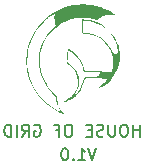
<source format=gbr>
%TF.GenerationSoftware,KiCad,Pcbnew,(6.0.0-rc1-76-g1e8284bc1a)*%
%TF.CreationDate,2022-09-28T09:07:56+05:30*%
%TF.ProjectId,extension_Board,65787465-6e73-4696-9f6e-5f426f617264,rev?*%
%TF.SameCoordinates,Original*%
%TF.FileFunction,Legend,Bot*%
%TF.FilePolarity,Positive*%
%FSLAX46Y46*%
G04 Gerber Fmt 4.6, Leading zero omitted, Abs format (unit mm)*
G04 Created by KiCad (PCBNEW (6.0.0-rc1-76-g1e8284bc1a)) date 2022-09-28 09:07:56*
%MOMM*%
%LPD*%
G01*
G04 APERTURE LIST*
%ADD10C,0.150000*%
G04 APERTURE END LIST*
D10*
X59523809Y-62952380D02*
X59190476Y-63952380D01*
X58857142Y-62952380D01*
X58000000Y-63952380D02*
X58571428Y-63952380D01*
X58285714Y-63952380D02*
X58285714Y-62952380D01*
X58380952Y-63095238D01*
X58476190Y-63190476D01*
X58571428Y-63238095D01*
X57571428Y-63857142D02*
X57523809Y-63904761D01*
X57571428Y-63952380D01*
X57619047Y-63904761D01*
X57571428Y-63857142D01*
X57571428Y-63952380D01*
X56904761Y-62952380D02*
X56809523Y-62952380D01*
X56714285Y-63000000D01*
X56666666Y-63047619D01*
X56619047Y-63142857D01*
X56571428Y-63333333D01*
X56571428Y-63571428D01*
X56619047Y-63761904D01*
X56666666Y-63857142D01*
X56714285Y-63904761D01*
X56809523Y-63952380D01*
X56904761Y-63952380D01*
X57000000Y-63904761D01*
X57047619Y-63857142D01*
X57095238Y-63761904D01*
X57142857Y-63571428D01*
X57142857Y-63333333D01*
X57095238Y-63142857D01*
X57047619Y-63047619D01*
X57000000Y-63000000D01*
X56904761Y-62952380D01*
X63214285Y-61952380D02*
X63214285Y-60952380D01*
X63214285Y-61428571D02*
X62642857Y-61428571D01*
X62642857Y-61952380D02*
X62642857Y-60952380D01*
X61976190Y-60952380D02*
X61785714Y-60952380D01*
X61690476Y-61000000D01*
X61595238Y-61095238D01*
X61547619Y-61285714D01*
X61547619Y-61619047D01*
X61595238Y-61809523D01*
X61690476Y-61904761D01*
X61785714Y-61952380D01*
X61976190Y-61952380D01*
X62071428Y-61904761D01*
X62166666Y-61809523D01*
X62214285Y-61619047D01*
X62214285Y-61285714D01*
X62166666Y-61095238D01*
X62071428Y-61000000D01*
X61976190Y-60952380D01*
X61119047Y-60952380D02*
X61119047Y-61761904D01*
X61071428Y-61857142D01*
X61023809Y-61904761D01*
X60928571Y-61952380D01*
X60738095Y-61952380D01*
X60642857Y-61904761D01*
X60595238Y-61857142D01*
X60547619Y-61761904D01*
X60547619Y-60952380D01*
X60119047Y-61904761D02*
X59976190Y-61952380D01*
X59738095Y-61952380D01*
X59642857Y-61904761D01*
X59595238Y-61857142D01*
X59547619Y-61761904D01*
X59547619Y-61666666D01*
X59595238Y-61571428D01*
X59642857Y-61523809D01*
X59738095Y-61476190D01*
X59928571Y-61428571D01*
X60023809Y-61380952D01*
X60071428Y-61333333D01*
X60119047Y-61238095D01*
X60119047Y-61142857D01*
X60071428Y-61047619D01*
X60023809Y-61000000D01*
X59928571Y-60952380D01*
X59690476Y-60952380D01*
X59547619Y-61000000D01*
X59119047Y-61428571D02*
X58785714Y-61428571D01*
X58642857Y-61952380D02*
X59119047Y-61952380D01*
X59119047Y-60952380D01*
X58642857Y-60952380D01*
X57261904Y-60952380D02*
X57071428Y-60952380D01*
X56976190Y-61000000D01*
X56880952Y-61095238D01*
X56833333Y-61285714D01*
X56833333Y-61619047D01*
X56880952Y-61809523D01*
X56976190Y-61904761D01*
X57071428Y-61952380D01*
X57261904Y-61952380D01*
X57357142Y-61904761D01*
X57452380Y-61809523D01*
X57500000Y-61619047D01*
X57500000Y-61285714D01*
X57452380Y-61095238D01*
X57357142Y-61000000D01*
X57261904Y-60952380D01*
X56071428Y-61428571D02*
X56404761Y-61428571D01*
X56404761Y-61952380D02*
X56404761Y-60952380D01*
X55928571Y-60952380D01*
X54261904Y-61000000D02*
X54357142Y-60952380D01*
X54500000Y-60952380D01*
X54642857Y-61000000D01*
X54738095Y-61095238D01*
X54785714Y-61190476D01*
X54833333Y-61380952D01*
X54833333Y-61523809D01*
X54785714Y-61714285D01*
X54738095Y-61809523D01*
X54642857Y-61904761D01*
X54500000Y-61952380D01*
X54404761Y-61952380D01*
X54261904Y-61904761D01*
X54214285Y-61857142D01*
X54214285Y-61523809D01*
X54404761Y-61523809D01*
X53214285Y-61952380D02*
X53547619Y-61476190D01*
X53785714Y-61952380D02*
X53785714Y-60952380D01*
X53404761Y-60952380D01*
X53309523Y-61000000D01*
X53261904Y-61047619D01*
X53214285Y-61142857D01*
X53214285Y-61285714D01*
X53261904Y-61380952D01*
X53309523Y-61428571D01*
X53404761Y-61476190D01*
X53785714Y-61476190D01*
X52785714Y-61952380D02*
X52785714Y-60952380D01*
X52309523Y-61952380D02*
X52309523Y-60952380D01*
X52071428Y-60952380D01*
X51928571Y-61000000D01*
X51833333Y-61095238D01*
X51785714Y-61190476D01*
X51738095Y-61380952D01*
X51738095Y-61523809D01*
X51785714Y-61714285D01*
X51833333Y-61809523D01*
X51928571Y-61904761D01*
X52071428Y-61952380D01*
X52309523Y-61952380D01*
%TO.C,G\u002A\u002A\u002A*%
G36*
X55711888Y-52799425D02*
G01*
X55673714Y-52843912D01*
X55638899Y-52872414D01*
X55631581Y-52871729D01*
X55631299Y-52844555D01*
X55696141Y-52783678D01*
X55726361Y-52760380D01*
X55747959Y-52750023D01*
X55711888Y-52799425D01*
G37*
G36*
X55623152Y-52726437D02*
G01*
X55602298Y-52747291D01*
X55581445Y-52726437D01*
X55602298Y-52705583D01*
X55623152Y-52726437D01*
G37*
G36*
X55498029Y-51975698D02*
G01*
X55477175Y-51996552D01*
X55456321Y-51975698D01*
X55477175Y-51954844D01*
X55498029Y-51975698D01*
G37*
G36*
X61295402Y-54582430D02*
G01*
X61292392Y-54604510D01*
X61267597Y-54610235D01*
X61262605Y-54604122D01*
X61267597Y-54554625D01*
X61280142Y-54548100D01*
X61295402Y-54582430D01*
G37*
G36*
X55915106Y-52517898D02*
G01*
X55894252Y-52538752D01*
X55873399Y-52517898D01*
X55894252Y-52497044D01*
X55915106Y-52517898D01*
G37*
G36*
X61170279Y-54874384D02*
G01*
X61167269Y-54896464D01*
X61142474Y-54902189D01*
X61137482Y-54896076D01*
X61142474Y-54846579D01*
X61155019Y-54840054D01*
X61170279Y-54874384D01*
G37*
G36*
X55998522Y-51621611D02*
G01*
X55994818Y-51635521D01*
X55946387Y-51673317D01*
X55889746Y-51687213D01*
X55824572Y-51686568D01*
X55812022Y-51660973D01*
X55832996Y-51641288D01*
X55898921Y-51613719D01*
X55967113Y-51604413D01*
X55998522Y-51621611D01*
G37*
G36*
X61230159Y-54719779D02*
G01*
X61209359Y-54758702D01*
X61178334Y-54771219D01*
X61173867Y-54751115D01*
X61206811Y-54696431D01*
X61212304Y-54691042D01*
X61242857Y-54671053D01*
X61230159Y-54719779D01*
G37*
G36*
X55873399Y-51788013D02*
G01*
X55870389Y-51810093D01*
X55845593Y-51815818D01*
X55840602Y-51809705D01*
X55845593Y-51760208D01*
X55858138Y-51753683D01*
X55873399Y-51788013D01*
G37*
G36*
X56871294Y-52225944D02*
G01*
X56578781Y-52379448D01*
X56486424Y-52427915D01*
X56073298Y-52723101D01*
X55703262Y-53073209D01*
X55382916Y-53473921D01*
X55118859Y-53920922D01*
X54917691Y-54409895D01*
X54786011Y-54936524D01*
X54763600Y-55136064D01*
X54754347Y-55406945D01*
X54759798Y-55706517D01*
X54778776Y-56007141D01*
X54810105Y-56281177D01*
X54852607Y-56500985D01*
X54897799Y-56651538D01*
X55011277Y-56946532D01*
X55155385Y-57254572D01*
X55314769Y-57543985D01*
X55474077Y-57783097D01*
X55478029Y-57788290D01*
X55613187Y-57951406D01*
X55776668Y-58129020D01*
X55933973Y-58283589D01*
X56196618Y-58523810D01*
X56219784Y-58851102D01*
X56241783Y-59039835D01*
X56324491Y-59335737D01*
X56470424Y-59593550D01*
X56688544Y-59832032D01*
X56705196Y-59847315D01*
X56743274Y-59883468D01*
X56812075Y-59948791D01*
X56887516Y-60026235D01*
X56916092Y-60063923D01*
X56911604Y-60079644D01*
X56886669Y-60083194D01*
X56827152Y-60066367D01*
X56719023Y-60025008D01*
X56548250Y-59954960D01*
X56467312Y-59920531D01*
X55911763Y-59634600D01*
X55406292Y-59285858D01*
X54954888Y-58880227D01*
X54561536Y-58423629D01*
X54230224Y-57921987D01*
X53964939Y-57381222D01*
X53769668Y-56807258D01*
X53648399Y-56206015D01*
X53605117Y-55583415D01*
X53605075Y-55543170D01*
X53605168Y-55541708D01*
X53687484Y-55541708D01*
X53697985Y-55941694D01*
X53737607Y-56321599D01*
X53811113Y-56678921D01*
X53923137Y-57043186D01*
X53999876Y-57247845D01*
X54272134Y-57823082D01*
X54608907Y-58346422D01*
X55008528Y-58815815D01*
X55469326Y-59229206D01*
X55989634Y-59584546D01*
X55997226Y-59589034D01*
X56158032Y-59680207D01*
X56313035Y-59761919D01*
X56429662Y-59816965D01*
X56589702Y-59883468D01*
X56462845Y-59724985D01*
X56335064Y-59537397D01*
X56196605Y-59214900D01*
X56132053Y-58860534D01*
X56111287Y-58570299D01*
X55812086Y-58275954D01*
X55445676Y-57870139D01*
X55141246Y-57424717D01*
X54911903Y-56948753D01*
X54754253Y-56435148D01*
X54664903Y-55876806D01*
X54648052Y-55590592D01*
X54677822Y-55046783D01*
X54790051Y-54513524D01*
X54985098Y-53988709D01*
X55142446Y-53673127D01*
X55328693Y-53375065D01*
X55551355Y-53093336D01*
X55829517Y-52801097D01*
X55833541Y-52797145D01*
X55965048Y-52664270D01*
X56065551Y-52555603D01*
X56125253Y-52482255D01*
X56134359Y-52455337D01*
X56117054Y-52457942D01*
X56058331Y-52501497D01*
X56035836Y-52523358D01*
X55996313Y-52493471D01*
X55986375Y-52458478D01*
X56024267Y-52394356D01*
X56025718Y-52392775D01*
X56123645Y-52392775D01*
X56144499Y-52413629D01*
X56207060Y-52413629D01*
X56208372Y-52439216D01*
X56227716Y-52450047D01*
X56290476Y-52413629D01*
X56298465Y-52408404D01*
X56328346Y-52379448D01*
X56280049Y-52372560D01*
X56241450Y-52378574D01*
X56227518Y-52392775D01*
X56207060Y-52413629D01*
X56144499Y-52413629D01*
X56165353Y-52392775D01*
X56144499Y-52371921D01*
X56123645Y-52392775D01*
X56025718Y-52392775D01*
X56060045Y-52355381D01*
X56059238Y-52298376D01*
X56032582Y-52225944D01*
X56207060Y-52225944D01*
X56227914Y-52246798D01*
X56248768Y-52225944D01*
X56227914Y-52205090D01*
X56207060Y-52225944D01*
X56032582Y-52225944D01*
X56021262Y-52195183D01*
X56002822Y-52142529D01*
X56540722Y-52142529D01*
X56561576Y-52163383D01*
X56582430Y-52142529D01*
X56561576Y-52121675D01*
X56540722Y-52142529D01*
X56002822Y-52142529D01*
X55990996Y-52108759D01*
X55960501Y-51929658D01*
X55972190Y-51769829D01*
X56010575Y-51688206D01*
X56081937Y-51688206D01*
X56093497Y-51703744D01*
X56141302Y-51697942D01*
X56185911Y-51663368D01*
X56189719Y-51644061D01*
X56146665Y-51646976D01*
X56114653Y-51661420D01*
X56081937Y-51688206D01*
X56010575Y-51688206D01*
X56025840Y-51655747D01*
X56041420Y-51638057D01*
X56069257Y-51591122D01*
X56036267Y-51578148D01*
X56011013Y-51562734D01*
X56058628Y-51515587D01*
X56101387Y-51474451D01*
X56095016Y-51454351D01*
X56062792Y-51464261D01*
X55998522Y-51516913D01*
X55962614Y-51550217D01*
X55893092Y-51579475D01*
X55858845Y-51590840D01*
X55771777Y-51643820D01*
X55664860Y-51725452D01*
X55593308Y-51782926D01*
X55504700Y-51846649D01*
X55456161Y-51871429D01*
X55456108Y-51871429D01*
X55414791Y-51899446D01*
X55327761Y-51975347D01*
X55207738Y-52087577D01*
X55067439Y-52224581D01*
X54719749Y-52607488D01*
X54398628Y-53054959D01*
X54129210Y-53548215D01*
X53901854Y-54102791D01*
X53834393Y-54313545D01*
X53751345Y-54680627D01*
X53703448Y-55082812D01*
X53687484Y-55541708D01*
X53605168Y-55541708D01*
X53645982Y-54900571D01*
X53764832Y-54287203D01*
X53960995Y-53704611D01*
X54233839Y-53154335D01*
X54582732Y-52637920D01*
X55007045Y-52156906D01*
X55367262Y-51828041D01*
X55836408Y-51487097D01*
X56345451Y-51209275D01*
X56903797Y-50989584D01*
X57520853Y-50823034D01*
X57563469Y-50814844D01*
X57754411Y-50792101D01*
X57998986Y-50777284D01*
X58274464Y-50770402D01*
X58558119Y-50771464D01*
X58827224Y-50780477D01*
X59059050Y-50797452D01*
X59230870Y-50822395D01*
X59526674Y-50893813D01*
X59882846Y-50998811D01*
X60210004Y-51115405D01*
X60481067Y-51234662D01*
X60506891Y-51247745D01*
X60691183Y-51346790D01*
X60860314Y-51446629D01*
X60999468Y-51537649D01*
X61093826Y-51610236D01*
X61120212Y-51644061D01*
X61128571Y-51654776D01*
X61125637Y-51658586D01*
X61068349Y-51669044D01*
X60952949Y-51672945D01*
X60799243Y-51669407D01*
X60723747Y-51667088D01*
X60389767Y-51690376D01*
X60092280Y-51775119D01*
X59809207Y-51927063D01*
X59595097Y-52068776D01*
X59287860Y-51992037D01*
X58967436Y-51926877D01*
X58437847Y-51882711D01*
X57918353Y-51915048D01*
X57415551Y-52019572D01*
X57073550Y-52142529D01*
X56936042Y-52191966D01*
X56871294Y-52225944D01*
G37*
G36*
X55915106Y-52392775D02*
G01*
X55894252Y-52413629D01*
X55873399Y-52392775D01*
X55894252Y-52371921D01*
X55915106Y-52392775D01*
G37*
G36*
X55873399Y-52726437D02*
G01*
X55852545Y-52747291D01*
X55831691Y-52726437D01*
X55852545Y-52705583D01*
X55873399Y-52726437D01*
G37*
G36*
X55873399Y-51933990D02*
G01*
X55852545Y-51954844D01*
X55831691Y-51933990D01*
X55852545Y-51913136D01*
X55873399Y-51933990D01*
G37*
G36*
X61501088Y-55020361D02*
G01*
X61503940Y-55122468D01*
X61492775Y-55380847D01*
X61411397Y-55862369D01*
X61255508Y-56320754D01*
X61141064Y-56537359D01*
X61061119Y-56688670D01*
X61030249Y-56747098D01*
X61016702Y-56765134D01*
X60740761Y-57132503D01*
X60392181Y-57468065D01*
X59989652Y-57744885D01*
X59896766Y-57794032D01*
X59776778Y-57839322D01*
X59718638Y-57835787D01*
X59724855Y-57790612D01*
X59797944Y-57710980D01*
X59940414Y-57604073D01*
X60047044Y-57526796D01*
X60198667Y-57399153D01*
X60317669Y-57279326D01*
X60465019Y-57107180D01*
X60348437Y-57071741D01*
X60287634Y-57059889D01*
X60145420Y-57044667D01*
X59951691Y-57031119D01*
X59724865Y-57019851D01*
X59483361Y-57011466D01*
X59245597Y-57006570D01*
X59029992Y-57005769D01*
X58854964Y-57009667D01*
X58738933Y-57018869D01*
X58679381Y-57028485D01*
X58590473Y-57054845D01*
X58546959Y-57105136D01*
X58522609Y-57201503D01*
X58495531Y-57312510D01*
X58420252Y-57529619D01*
X58318942Y-57763118D01*
X58205861Y-57981279D01*
X58095267Y-58152375D01*
X58093547Y-58154625D01*
X57789746Y-58487311D01*
X57688465Y-58565517D01*
X57437339Y-58759428D01*
X57048941Y-58961224D01*
X56950124Y-58999851D01*
X56835360Y-59035344D01*
X56767905Y-59037039D01*
X56730844Y-59007391D01*
X56729931Y-59004919D01*
X56760625Y-58967377D01*
X56848876Y-58909687D01*
X56977516Y-58843272D01*
X57214135Y-58710083D01*
X57388249Y-58565517D01*
X57541707Y-58565517D01*
X57562561Y-58586371D01*
X57583415Y-58565517D01*
X57562561Y-58544663D01*
X57541707Y-58565517D01*
X57388249Y-58565517D01*
X57491534Y-58479760D01*
X57708850Y-58205311D01*
X57863579Y-57897127D01*
X57953219Y-57565599D01*
X57975267Y-57221116D01*
X57927220Y-56874070D01*
X57806577Y-56534851D01*
X57610833Y-56213850D01*
X57596164Y-56195537D01*
X57501990Y-56097284D01*
X57376476Y-55984282D01*
X57242127Y-55875041D01*
X57121449Y-55788068D01*
X57036946Y-55741872D01*
X57032624Y-55738562D01*
X57018944Y-55678459D01*
X57018409Y-55660057D01*
X57082970Y-55660057D01*
X57222105Y-55746047D01*
X57294102Y-55795902D01*
X57467631Y-55948568D01*
X57642266Y-56138150D01*
X57794636Y-56337974D01*
X57901370Y-56521363D01*
X57923804Y-56572400D01*
X58034017Y-56933418D01*
X58068655Y-57303437D01*
X58028970Y-57669088D01*
X57916214Y-58016999D01*
X57731640Y-58333801D01*
X57703937Y-58371602D01*
X57647555Y-58452147D01*
X57625123Y-58490205D01*
X57631713Y-58498906D01*
X57676394Y-58471934D01*
X57753047Y-58399006D01*
X57849592Y-58293614D01*
X57953952Y-58169248D01*
X58054049Y-58039400D01*
X58137804Y-57917560D01*
X58157466Y-57885108D01*
X58241243Y-57722191D01*
X58322641Y-57531030D01*
X58392331Y-57337027D01*
X58440986Y-57165584D01*
X58459277Y-57042106D01*
X58480883Y-56987353D01*
X58573973Y-56944723D01*
X58593381Y-56941290D01*
X58737838Y-56922293D01*
X58932201Y-56903461D01*
X59148321Y-56886989D01*
X59358049Y-56875073D01*
X59533238Y-56869907D01*
X59618578Y-56866653D01*
X59706478Y-56854411D01*
X59732509Y-56836502D01*
X59733329Y-56782938D01*
X59735178Y-56777679D01*
X59801302Y-56777679D01*
X59835632Y-56792939D01*
X59857712Y-56789929D01*
X59863437Y-56765134D01*
X59857324Y-56760143D01*
X59807827Y-56765134D01*
X59801302Y-56777679D01*
X59735178Y-56777679D01*
X59763264Y-56697777D01*
X59768274Y-56688670D01*
X59877340Y-56688670D01*
X59898193Y-56709524D01*
X59919047Y-56688670D01*
X59898193Y-56667816D01*
X59877340Y-56688670D01*
X59768274Y-56688670D01*
X59806417Y-56619340D01*
X59846059Y-56584726D01*
X59855609Y-56582371D01*
X59877340Y-56537359D01*
X59864018Y-56524042D01*
X59795006Y-56510604D01*
X59661557Y-56503715D01*
X59457412Y-56503118D01*
X59176312Y-56508555D01*
X58475284Y-56526794D01*
X58424434Y-56258736D01*
X58386483Y-56096819D01*
X58240227Y-55717631D01*
X58023190Y-55362268D01*
X57744157Y-55043610D01*
X57411916Y-54774537D01*
X57187192Y-54623010D01*
X57160798Y-54842540D01*
X57145906Y-54975842D01*
X57126223Y-55170379D01*
X57108687Y-55361063D01*
X57082970Y-55660057D01*
X57018409Y-55660057D01*
X57015449Y-55558263D01*
X57020554Y-55395907D01*
X57032675Y-55209326D01*
X57050227Y-55016453D01*
X57071627Y-54835222D01*
X57095289Y-54683567D01*
X57119630Y-54579423D01*
X57143064Y-54540723D01*
X57151777Y-54541698D01*
X57229747Y-54573784D01*
X57348994Y-54641636D01*
X57489102Y-54732196D01*
X57629657Y-54832401D01*
X57750246Y-54929192D01*
X57764542Y-54941823D01*
X58015190Y-55209485D01*
X58232698Y-55527066D01*
X58401839Y-55868828D01*
X58507384Y-56209031D01*
X58554998Y-56438424D01*
X59175055Y-56424160D01*
X59401357Y-56422030D01*
X59691534Y-56427572D01*
X59953376Y-56441485D01*
X60159460Y-56462693D01*
X60336411Y-56487980D01*
X60528422Y-56511931D01*
X60660970Y-56519327D01*
X60747604Y-56507707D01*
X60801876Y-56474611D01*
X60837333Y-56417580D01*
X60867526Y-56334154D01*
X60876866Y-56302370D01*
X60908070Y-56128509D01*
X60927586Y-55904202D01*
X60935114Y-55655343D01*
X60930353Y-55407822D01*
X60913003Y-55187531D01*
X60882764Y-55020361D01*
X60751545Y-54671565D01*
X60546711Y-54316956D01*
X60287808Y-53996392D01*
X59987896Y-53725884D01*
X59660035Y-53521442D01*
X59523370Y-53459749D01*
X59202847Y-53348894D01*
X58875636Y-53275567D01*
X58576435Y-53248507D01*
X58514718Y-53246727D01*
X58411410Y-53235145D01*
X58362383Y-53216502D01*
X58360039Y-53208947D01*
X58350373Y-53135562D01*
X58338559Y-52999838D01*
X58325877Y-52817824D01*
X58313610Y-52605571D01*
X58304014Y-52422413D01*
X58391821Y-52422413D01*
X58404983Y-52667671D01*
X58438423Y-53143514D01*
X58751231Y-53173743D01*
X58751365Y-53173756D01*
X59210348Y-53254690D01*
X59626756Y-53406204D01*
X60006872Y-53631268D01*
X60356978Y-53932852D01*
X60556760Y-54160098D01*
X60806405Y-54547420D01*
X60986363Y-54978654D01*
X61005046Y-55036634D01*
X61029429Y-55101038D01*
X61040656Y-55093807D01*
X61046555Y-55020361D01*
X61048497Y-54987971D01*
X61055043Y-54938929D01*
X61067577Y-54961091D01*
X61092053Y-55059594D01*
X61100524Y-55093863D01*
X61131339Y-55195087D01*
X61156583Y-55247278D01*
X61167794Y-55238389D01*
X61158763Y-55173992D01*
X61152010Y-55122052D01*
X61163217Y-55020429D01*
X61163242Y-55020361D01*
X61211986Y-55020361D01*
X61232840Y-55041215D01*
X61253694Y-55020361D01*
X61232840Y-54999507D01*
X61211986Y-55020361D01*
X61163242Y-55020361D01*
X61196229Y-54930787D01*
X61240718Y-54876768D01*
X61286351Y-54882016D01*
X61306653Y-54897329D01*
X61327110Y-54876667D01*
X61329604Y-54784016D01*
X61329269Y-54772472D01*
X61331933Y-54724463D01*
X61364394Y-54724463D01*
X61366733Y-54790969D01*
X61382627Y-54839995D01*
X61404536Y-54874384D01*
X61413797Y-54858861D01*
X61420525Y-54790969D01*
X61413448Y-54742520D01*
X61382722Y-54707553D01*
X61364394Y-54724463D01*
X61331933Y-54724463D01*
X61335476Y-54660607D01*
X61355047Y-54587149D01*
X61355058Y-54587131D01*
X61356204Y-54520152D01*
X61315525Y-54429484D01*
X61308943Y-54419246D01*
X61278567Y-54359426D01*
X61291076Y-54350364D01*
X61323918Y-54366711D01*
X61332971Y-54350755D01*
X61316726Y-54287038D01*
X61273782Y-54160170D01*
X61190414Y-53945080D01*
X60957505Y-53505271D01*
X60660462Y-53116954D01*
X60303020Y-52783885D01*
X59888915Y-52509819D01*
X59421883Y-52298510D01*
X59352198Y-52275878D01*
X59184399Y-52233927D01*
X58993378Y-52197714D01*
X58799998Y-52169994D01*
X58625123Y-52153527D01*
X58489619Y-52151067D01*
X58414349Y-52165373D01*
X58406815Y-52174703D01*
X58392435Y-52257866D01*
X58391821Y-52422413D01*
X58304014Y-52422413D01*
X58283240Y-52025920D01*
X58611078Y-52055624D01*
X58832969Y-52079270D01*
X59108783Y-52124185D01*
X59353476Y-52187468D01*
X59597969Y-52276024D01*
X59619562Y-52284897D01*
X60058885Y-52511672D01*
X60456265Y-52806003D01*
X60803139Y-53159235D01*
X61090945Y-53562713D01*
X61311119Y-54007780D01*
X61318491Y-54026503D01*
X61407544Y-54284558D01*
X61461689Y-54520152D01*
X61464617Y-54532890D01*
X61493743Y-54790969D01*
X61494990Y-54802020D01*
X61501088Y-55020361D01*
G37*
%TD*%
M02*

</source>
